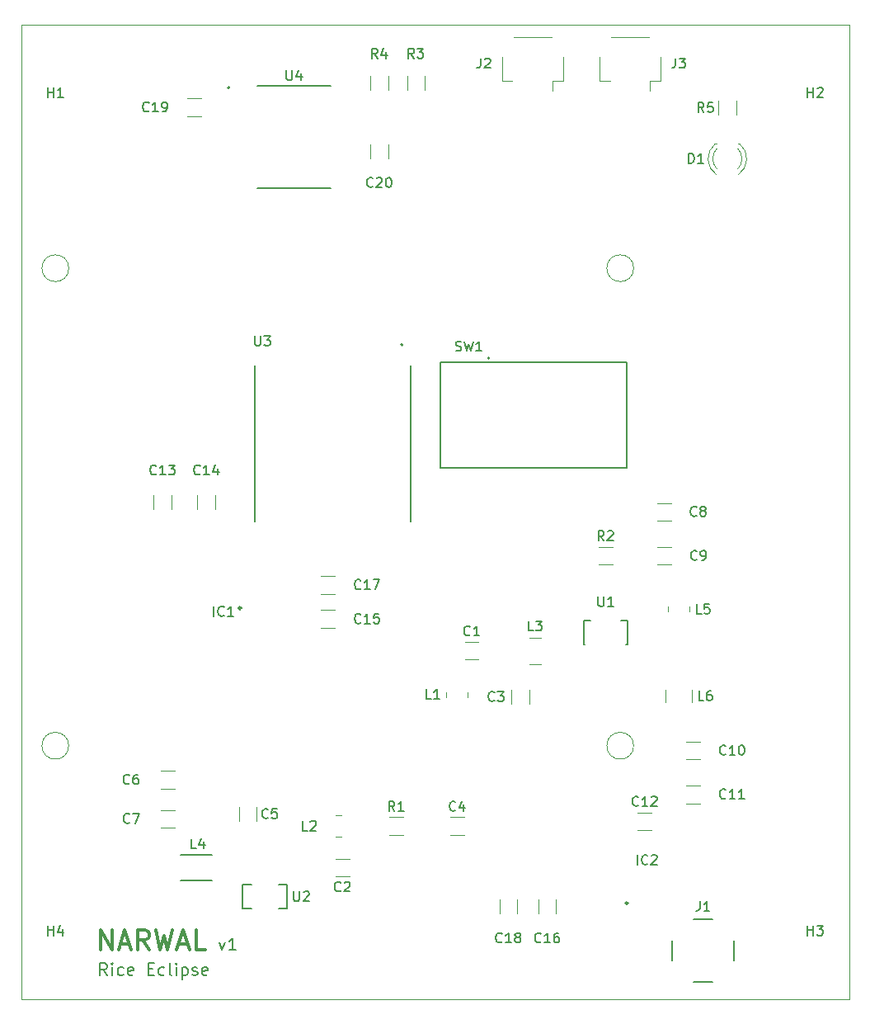
<source format=gbr>
%TF.GenerationSoftware,KiCad,Pcbnew,(6.0.7)*%
%TF.CreationDate,2022-12-06T03:31:19-06:00*%
%TF.ProjectId,Narwal_v1,4e617277-616c-45f7-9631-2e6b69636164,1*%
%TF.SameCoordinates,Original*%
%TF.FileFunction,Legend,Top*%
%TF.FilePolarity,Positive*%
%FSLAX46Y46*%
G04 Gerber Fmt 4.6, Leading zero omitted, Abs format (unit mm)*
G04 Created by KiCad (PCBNEW (6.0.7)) date 2022-12-06 03:31:19*
%MOMM*%
%LPD*%
G01*
G04 APERTURE LIST*
%TA.AperFunction,Profile*%
%ADD10C,0.100000*%
%TD*%
%ADD11C,0.200000*%
%ADD12C,0.300000*%
%ADD13C,0.150000*%
%ADD14C,0.127000*%
%ADD15C,0.120000*%
%ADD16C,0.250000*%
%TA.AperFunction,Profile*%
%ADD17C,0.120000*%
%TD*%
%ADD18C,0.203200*%
G04 APERTURE END LIST*
D10*
X100000000Y-50000000D02*
X185000000Y-50000000D01*
X185000000Y-50000000D02*
X185000000Y-150000000D01*
X185000000Y-150000000D02*
X100000000Y-150000000D01*
X100000000Y-150000000D02*
X100000000Y-50000000D01*
D11*
X120308571Y-144132142D02*
X120606190Y-144965476D01*
X120903809Y-144132142D01*
X122034761Y-144965476D02*
X121320476Y-144965476D01*
X121677619Y-144965476D02*
X121677619Y-143715476D01*
X121558571Y-143894047D01*
X121439523Y-144013095D01*
X121320476Y-144072619D01*
D12*
X108171190Y-144904761D02*
X108171190Y-142904761D01*
X109314047Y-144904761D01*
X109314047Y-142904761D01*
X110171190Y-144333333D02*
X111123571Y-144333333D01*
X109980714Y-144904761D02*
X110647380Y-142904761D01*
X111314047Y-144904761D01*
X113123571Y-144904761D02*
X112456904Y-143952380D01*
X111980714Y-144904761D02*
X111980714Y-142904761D01*
X112742619Y-142904761D01*
X112933095Y-143000000D01*
X113028333Y-143095238D01*
X113123571Y-143285714D01*
X113123571Y-143571428D01*
X113028333Y-143761904D01*
X112933095Y-143857142D01*
X112742619Y-143952380D01*
X111980714Y-143952380D01*
X113790238Y-142904761D02*
X114266428Y-144904761D01*
X114647380Y-143476190D01*
X115028333Y-144904761D01*
X115504523Y-142904761D01*
X116171190Y-144333333D02*
X117123571Y-144333333D01*
X115980714Y-144904761D02*
X116647380Y-142904761D01*
X117314047Y-144904761D01*
X118933095Y-144904761D02*
X117980714Y-144904761D01*
X117980714Y-142904761D01*
D11*
X108816904Y-147565476D02*
X108400238Y-146970238D01*
X108102619Y-147565476D02*
X108102619Y-146315476D01*
X108578809Y-146315476D01*
X108697857Y-146375000D01*
X108757380Y-146434523D01*
X108816904Y-146553571D01*
X108816904Y-146732142D01*
X108757380Y-146851190D01*
X108697857Y-146910714D01*
X108578809Y-146970238D01*
X108102619Y-146970238D01*
X109352619Y-147565476D02*
X109352619Y-146732142D01*
X109352619Y-146315476D02*
X109293095Y-146375000D01*
X109352619Y-146434523D01*
X109412142Y-146375000D01*
X109352619Y-146315476D01*
X109352619Y-146434523D01*
X110483571Y-147505952D02*
X110364523Y-147565476D01*
X110126428Y-147565476D01*
X110007380Y-147505952D01*
X109947857Y-147446428D01*
X109888333Y-147327380D01*
X109888333Y-146970238D01*
X109947857Y-146851190D01*
X110007380Y-146791666D01*
X110126428Y-146732142D01*
X110364523Y-146732142D01*
X110483571Y-146791666D01*
X111495476Y-147505952D02*
X111376428Y-147565476D01*
X111138333Y-147565476D01*
X111019285Y-147505952D01*
X110959761Y-147386904D01*
X110959761Y-146910714D01*
X111019285Y-146791666D01*
X111138333Y-146732142D01*
X111376428Y-146732142D01*
X111495476Y-146791666D01*
X111555000Y-146910714D01*
X111555000Y-147029761D01*
X110959761Y-147148809D01*
X113043095Y-146910714D02*
X113459761Y-146910714D01*
X113638333Y-147565476D02*
X113043095Y-147565476D01*
X113043095Y-146315476D01*
X113638333Y-146315476D01*
X114709761Y-147505952D02*
X114590714Y-147565476D01*
X114352619Y-147565476D01*
X114233571Y-147505952D01*
X114174047Y-147446428D01*
X114114523Y-147327380D01*
X114114523Y-146970238D01*
X114174047Y-146851190D01*
X114233571Y-146791666D01*
X114352619Y-146732142D01*
X114590714Y-146732142D01*
X114709761Y-146791666D01*
X115424047Y-147565476D02*
X115305000Y-147505952D01*
X115245476Y-147386904D01*
X115245476Y-146315476D01*
X115900238Y-147565476D02*
X115900238Y-146732142D01*
X115900238Y-146315476D02*
X115840714Y-146375000D01*
X115900238Y-146434523D01*
X115959761Y-146375000D01*
X115900238Y-146315476D01*
X115900238Y-146434523D01*
X116495476Y-146732142D02*
X116495476Y-147982142D01*
X116495476Y-146791666D02*
X116614523Y-146732142D01*
X116852619Y-146732142D01*
X116971666Y-146791666D01*
X117031190Y-146851190D01*
X117090714Y-146970238D01*
X117090714Y-147327380D01*
X117031190Y-147446428D01*
X116971666Y-147505952D01*
X116852619Y-147565476D01*
X116614523Y-147565476D01*
X116495476Y-147505952D01*
X117566904Y-147505952D02*
X117685952Y-147565476D01*
X117924047Y-147565476D01*
X118043095Y-147505952D01*
X118102619Y-147386904D01*
X118102619Y-147327380D01*
X118043095Y-147208333D01*
X117924047Y-147148809D01*
X117745476Y-147148809D01*
X117626428Y-147089285D01*
X117566904Y-146970238D01*
X117566904Y-146910714D01*
X117626428Y-146791666D01*
X117745476Y-146732142D01*
X117924047Y-146732142D01*
X118043095Y-146791666D01*
X119114523Y-147505952D02*
X118995476Y-147565476D01*
X118757380Y-147565476D01*
X118638333Y-147505952D01*
X118578809Y-147386904D01*
X118578809Y-146910714D01*
X118638333Y-146791666D01*
X118757380Y-146732142D01*
X118995476Y-146732142D01*
X119114523Y-146791666D01*
X119174047Y-146910714D01*
X119174047Y-147029761D01*
X118578809Y-147148809D01*
D13*
%TO.C,SW1*%
X144619166Y-83447261D02*
X144762023Y-83494880D01*
X145000119Y-83494880D01*
X145095357Y-83447261D01*
X145142976Y-83399642D01*
X145190595Y-83304404D01*
X145190595Y-83209166D01*
X145142976Y-83113928D01*
X145095357Y-83066309D01*
X145000119Y-83018690D01*
X144809642Y-82971071D01*
X144714404Y-82923452D01*
X144666785Y-82875833D01*
X144619166Y-82780595D01*
X144619166Y-82685357D01*
X144666785Y-82590119D01*
X144714404Y-82542500D01*
X144809642Y-82494880D01*
X145047738Y-82494880D01*
X145190595Y-82542500D01*
X145523928Y-82494880D02*
X145762023Y-83494880D01*
X145952500Y-82780595D01*
X146142976Y-83494880D01*
X146381071Y-82494880D01*
X147285833Y-83494880D02*
X146714404Y-83494880D01*
X147000119Y-83494880D02*
X147000119Y-82494880D01*
X146904880Y-82637738D01*
X146809642Y-82732976D01*
X146714404Y-82780595D01*
%TO.C,L4*%
X117968333Y-134547380D02*
X117492142Y-134547380D01*
X117492142Y-133547380D01*
X118730238Y-133880714D02*
X118730238Y-134547380D01*
X118492142Y-133499761D02*
X118254047Y-134214047D01*
X118873095Y-134214047D01*
%TO.C,L1*%
X142083333Y-119202380D02*
X141607142Y-119202380D01*
X141607142Y-118202380D01*
X142940476Y-119202380D02*
X142369047Y-119202380D01*
X142654761Y-119202380D02*
X142654761Y-118202380D01*
X142559523Y-118345238D01*
X142464285Y-118440476D01*
X142369047Y-118488095D01*
%TO.C,H1*%
X102738095Y-57452380D02*
X102738095Y-56452380D01*
X102738095Y-56928571D02*
X103309523Y-56928571D01*
X103309523Y-57452380D02*
X103309523Y-56452380D01*
X104309523Y-57452380D02*
X103738095Y-57452380D01*
X104023809Y-57452380D02*
X104023809Y-56452380D01*
X103928571Y-56595238D01*
X103833333Y-56690476D01*
X103738095Y-56738095D01*
%TO.C,C5*%
X125333333Y-131357142D02*
X125285714Y-131404761D01*
X125142857Y-131452380D01*
X125047619Y-131452380D01*
X124904761Y-131404761D01*
X124809523Y-131309523D01*
X124761904Y-131214285D01*
X124714285Y-131023809D01*
X124714285Y-130880952D01*
X124761904Y-130690476D01*
X124809523Y-130595238D01*
X124904761Y-130500000D01*
X125047619Y-130452380D01*
X125142857Y-130452380D01*
X125285714Y-130500000D01*
X125333333Y-130547619D01*
X126238095Y-130452380D02*
X125761904Y-130452380D01*
X125714285Y-130928571D01*
X125761904Y-130880952D01*
X125857142Y-130833333D01*
X126095238Y-130833333D01*
X126190476Y-130880952D01*
X126238095Y-130928571D01*
X126285714Y-131023809D01*
X126285714Y-131261904D01*
X126238095Y-131357142D01*
X126190476Y-131404761D01*
X126095238Y-131452380D01*
X125857142Y-131452380D01*
X125761904Y-131404761D01*
X125714285Y-131357142D01*
%TO.C,H2*%
X180738095Y-57452380D02*
X180738095Y-56452380D01*
X180738095Y-56928571D02*
X181309523Y-56928571D01*
X181309523Y-57452380D02*
X181309523Y-56452380D01*
X181738095Y-56547619D02*
X181785714Y-56500000D01*
X181880952Y-56452380D01*
X182119047Y-56452380D01*
X182214285Y-56500000D01*
X182261904Y-56547619D01*
X182309523Y-56642857D01*
X182309523Y-56738095D01*
X182261904Y-56880952D01*
X181690476Y-57452380D01*
X182309523Y-57452380D01*
%TO.C,R2*%
X159833333Y-102952380D02*
X159500000Y-102476190D01*
X159261904Y-102952380D02*
X159261904Y-101952380D01*
X159642857Y-101952380D01*
X159738095Y-102000000D01*
X159785714Y-102047619D01*
X159833333Y-102142857D01*
X159833333Y-102285714D01*
X159785714Y-102380952D01*
X159738095Y-102428571D01*
X159642857Y-102476190D01*
X159261904Y-102476190D01*
X160214285Y-102047619D02*
X160261904Y-102000000D01*
X160357142Y-101952380D01*
X160595238Y-101952380D01*
X160690476Y-102000000D01*
X160738095Y-102047619D01*
X160785714Y-102142857D01*
X160785714Y-102238095D01*
X160738095Y-102380952D01*
X160166666Y-102952380D01*
X160785714Y-102952380D01*
%TO.C,L3*%
X152583333Y-112202380D02*
X152107142Y-112202380D01*
X152107142Y-111202380D01*
X152821428Y-111202380D02*
X153440476Y-111202380D01*
X153107142Y-111583333D01*
X153250000Y-111583333D01*
X153345238Y-111630952D01*
X153392857Y-111678571D01*
X153440476Y-111773809D01*
X153440476Y-112011904D01*
X153392857Y-112107142D01*
X153345238Y-112154761D01*
X153250000Y-112202380D01*
X152964285Y-112202380D01*
X152869047Y-112154761D01*
X152821428Y-112107142D01*
%TO.C,R3*%
X140333333Y-53452380D02*
X140000000Y-52976190D01*
X139761904Y-53452380D02*
X139761904Y-52452380D01*
X140142857Y-52452380D01*
X140238095Y-52500000D01*
X140285714Y-52547619D01*
X140333333Y-52642857D01*
X140333333Y-52785714D01*
X140285714Y-52880952D01*
X140238095Y-52928571D01*
X140142857Y-52976190D01*
X139761904Y-52976190D01*
X140666666Y-52452380D02*
X141285714Y-52452380D01*
X140952380Y-52833333D01*
X141095238Y-52833333D01*
X141190476Y-52880952D01*
X141238095Y-52928571D01*
X141285714Y-53023809D01*
X141285714Y-53261904D01*
X141238095Y-53357142D01*
X141190476Y-53404761D01*
X141095238Y-53452380D01*
X140809523Y-53452380D01*
X140714285Y-53404761D01*
X140666666Y-53357142D01*
%TO.C,H3*%
X180738095Y-143452380D02*
X180738095Y-142452380D01*
X180738095Y-142928571D02*
X181309523Y-142928571D01*
X181309523Y-143452380D02*
X181309523Y-142452380D01*
X181690476Y-142452380D02*
X182309523Y-142452380D01*
X181976190Y-142833333D01*
X182119047Y-142833333D01*
X182214285Y-142880952D01*
X182261904Y-142928571D01*
X182309523Y-143023809D01*
X182309523Y-143261904D01*
X182261904Y-143357142D01*
X182214285Y-143404761D01*
X182119047Y-143452380D01*
X181833333Y-143452380D01*
X181738095Y-143404761D01*
X181690476Y-143357142D01*
%TO.C,IC2*%
X163273809Y-136202380D02*
X163273809Y-135202380D01*
X164321428Y-136107142D02*
X164273809Y-136154761D01*
X164130952Y-136202380D01*
X164035714Y-136202380D01*
X163892857Y-136154761D01*
X163797619Y-136059523D01*
X163750000Y-135964285D01*
X163702380Y-135773809D01*
X163702380Y-135630952D01*
X163750000Y-135440476D01*
X163797619Y-135345238D01*
X163892857Y-135250000D01*
X164035714Y-135202380D01*
X164130952Y-135202380D01*
X164273809Y-135250000D01*
X164321428Y-135297619D01*
X164702380Y-135297619D02*
X164750000Y-135250000D01*
X164845238Y-135202380D01*
X165083333Y-135202380D01*
X165178571Y-135250000D01*
X165226190Y-135297619D01*
X165273809Y-135392857D01*
X165273809Y-135488095D01*
X165226190Y-135630952D01*
X164654761Y-136202380D01*
X165273809Y-136202380D01*
%TO.C,C10*%
X172332142Y-124857142D02*
X172284523Y-124904761D01*
X172141666Y-124952380D01*
X172046428Y-124952380D01*
X171903571Y-124904761D01*
X171808333Y-124809523D01*
X171760714Y-124714285D01*
X171713095Y-124523809D01*
X171713095Y-124380952D01*
X171760714Y-124190476D01*
X171808333Y-124095238D01*
X171903571Y-124000000D01*
X172046428Y-123952380D01*
X172141666Y-123952380D01*
X172284523Y-124000000D01*
X172332142Y-124047619D01*
X173284523Y-124952380D02*
X172713095Y-124952380D01*
X172998809Y-124952380D02*
X172998809Y-123952380D01*
X172903571Y-124095238D01*
X172808333Y-124190476D01*
X172713095Y-124238095D01*
X173903571Y-123952380D02*
X173998809Y-123952380D01*
X174094047Y-124000000D01*
X174141666Y-124047619D01*
X174189285Y-124142857D01*
X174236904Y-124333333D01*
X174236904Y-124571428D01*
X174189285Y-124761904D01*
X174141666Y-124857142D01*
X174094047Y-124904761D01*
X173998809Y-124952380D01*
X173903571Y-124952380D01*
X173808333Y-124904761D01*
X173760714Y-124857142D01*
X173713095Y-124761904D01*
X173665476Y-124571428D01*
X173665476Y-124333333D01*
X173713095Y-124142857D01*
X173760714Y-124047619D01*
X173808333Y-124000000D01*
X173903571Y-123952380D01*
%TO.C,J3*%
X167166666Y-53452380D02*
X167166666Y-54166666D01*
X167119047Y-54309523D01*
X167023809Y-54404761D01*
X166880952Y-54452380D01*
X166785714Y-54452380D01*
X167547619Y-53452380D02*
X168166666Y-53452380D01*
X167833333Y-53833333D01*
X167976190Y-53833333D01*
X168071428Y-53880952D01*
X168119047Y-53928571D01*
X168166666Y-54023809D01*
X168166666Y-54261904D01*
X168119047Y-54357142D01*
X168071428Y-54404761D01*
X167976190Y-54452380D01*
X167690476Y-54452380D01*
X167595238Y-54404761D01*
X167547619Y-54357142D01*
%TO.C,L5*%
X169833333Y-110452380D02*
X169357142Y-110452380D01*
X169357142Y-109452380D01*
X170642857Y-109452380D02*
X170166666Y-109452380D01*
X170119047Y-109928571D01*
X170166666Y-109880952D01*
X170261904Y-109833333D01*
X170500000Y-109833333D01*
X170595238Y-109880952D01*
X170642857Y-109928571D01*
X170690476Y-110023809D01*
X170690476Y-110261904D01*
X170642857Y-110357142D01*
X170595238Y-110404761D01*
X170500000Y-110452380D01*
X170261904Y-110452380D01*
X170166666Y-110404761D01*
X170119047Y-110357142D01*
%TO.C,C16*%
X153357142Y-144107142D02*
X153309523Y-144154761D01*
X153166666Y-144202380D01*
X153071428Y-144202380D01*
X152928571Y-144154761D01*
X152833333Y-144059523D01*
X152785714Y-143964285D01*
X152738095Y-143773809D01*
X152738095Y-143630952D01*
X152785714Y-143440476D01*
X152833333Y-143345238D01*
X152928571Y-143250000D01*
X153071428Y-143202380D01*
X153166666Y-143202380D01*
X153309523Y-143250000D01*
X153357142Y-143297619D01*
X154309523Y-144202380D02*
X153738095Y-144202380D01*
X154023809Y-144202380D02*
X154023809Y-143202380D01*
X153928571Y-143345238D01*
X153833333Y-143440476D01*
X153738095Y-143488095D01*
X155166666Y-143202380D02*
X154976190Y-143202380D01*
X154880952Y-143250000D01*
X154833333Y-143297619D01*
X154738095Y-143440476D01*
X154690476Y-143630952D01*
X154690476Y-144011904D01*
X154738095Y-144107142D01*
X154785714Y-144154761D01*
X154880952Y-144202380D01*
X155071428Y-144202380D01*
X155166666Y-144154761D01*
X155214285Y-144107142D01*
X155261904Y-144011904D01*
X155261904Y-143773809D01*
X155214285Y-143678571D01*
X155166666Y-143630952D01*
X155071428Y-143583333D01*
X154880952Y-143583333D01*
X154785714Y-143630952D01*
X154738095Y-143678571D01*
X154690476Y-143773809D01*
%TO.C,U1*%
X159238095Y-108702380D02*
X159238095Y-109511904D01*
X159285714Y-109607142D01*
X159333333Y-109654761D01*
X159428571Y-109702380D01*
X159619047Y-109702380D01*
X159714285Y-109654761D01*
X159761904Y-109607142D01*
X159809523Y-109511904D01*
X159809523Y-108702380D01*
X160809523Y-109702380D02*
X160238095Y-109702380D01*
X160523809Y-109702380D02*
X160523809Y-108702380D01*
X160428571Y-108845238D01*
X160333333Y-108940476D01*
X160238095Y-108988095D01*
%TO.C,C18*%
X149357142Y-144107142D02*
X149309523Y-144154761D01*
X149166666Y-144202380D01*
X149071428Y-144202380D01*
X148928571Y-144154761D01*
X148833333Y-144059523D01*
X148785714Y-143964285D01*
X148738095Y-143773809D01*
X148738095Y-143630952D01*
X148785714Y-143440476D01*
X148833333Y-143345238D01*
X148928571Y-143250000D01*
X149071428Y-143202380D01*
X149166666Y-143202380D01*
X149309523Y-143250000D01*
X149357142Y-143297619D01*
X150309523Y-144202380D02*
X149738095Y-144202380D01*
X150023809Y-144202380D02*
X150023809Y-143202380D01*
X149928571Y-143345238D01*
X149833333Y-143440476D01*
X149738095Y-143488095D01*
X150880952Y-143630952D02*
X150785714Y-143583333D01*
X150738095Y-143535714D01*
X150690476Y-143440476D01*
X150690476Y-143392857D01*
X150738095Y-143297619D01*
X150785714Y-143250000D01*
X150880952Y-143202380D01*
X151071428Y-143202380D01*
X151166666Y-143250000D01*
X151214285Y-143297619D01*
X151261904Y-143392857D01*
X151261904Y-143440476D01*
X151214285Y-143535714D01*
X151166666Y-143583333D01*
X151071428Y-143630952D01*
X150880952Y-143630952D01*
X150785714Y-143678571D01*
X150738095Y-143726190D01*
X150690476Y-143821428D01*
X150690476Y-144011904D01*
X150738095Y-144107142D01*
X150785714Y-144154761D01*
X150880952Y-144202380D01*
X151071428Y-144202380D01*
X151166666Y-144154761D01*
X151214285Y-144107142D01*
X151261904Y-144011904D01*
X151261904Y-143821428D01*
X151214285Y-143726190D01*
X151166666Y-143678571D01*
X151071428Y-143630952D01*
%TO.C,C17*%
X134857142Y-107857142D02*
X134809523Y-107904761D01*
X134666666Y-107952380D01*
X134571428Y-107952380D01*
X134428571Y-107904761D01*
X134333333Y-107809523D01*
X134285714Y-107714285D01*
X134238095Y-107523809D01*
X134238095Y-107380952D01*
X134285714Y-107190476D01*
X134333333Y-107095238D01*
X134428571Y-107000000D01*
X134571428Y-106952380D01*
X134666666Y-106952380D01*
X134809523Y-107000000D01*
X134857142Y-107047619D01*
X135809523Y-107952380D02*
X135238095Y-107952380D01*
X135523809Y-107952380D02*
X135523809Y-106952380D01*
X135428571Y-107095238D01*
X135333333Y-107190476D01*
X135238095Y-107238095D01*
X136142857Y-106952380D02*
X136809523Y-106952380D01*
X136380952Y-107952380D01*
%TO.C,C14*%
X118357142Y-96107142D02*
X118309523Y-96154761D01*
X118166666Y-96202380D01*
X118071428Y-96202380D01*
X117928571Y-96154761D01*
X117833333Y-96059523D01*
X117785714Y-95964285D01*
X117738095Y-95773809D01*
X117738095Y-95630952D01*
X117785714Y-95440476D01*
X117833333Y-95345238D01*
X117928571Y-95250000D01*
X118071428Y-95202380D01*
X118166666Y-95202380D01*
X118309523Y-95250000D01*
X118357142Y-95297619D01*
X119309523Y-96202380D02*
X118738095Y-96202380D01*
X119023809Y-96202380D02*
X119023809Y-95202380D01*
X118928571Y-95345238D01*
X118833333Y-95440476D01*
X118738095Y-95488095D01*
X120166666Y-95535714D02*
X120166666Y-96202380D01*
X119928571Y-95154761D02*
X119690476Y-95869047D01*
X120309523Y-95869047D01*
%TO.C,C15*%
X134857142Y-111357142D02*
X134809523Y-111404761D01*
X134666666Y-111452380D01*
X134571428Y-111452380D01*
X134428571Y-111404761D01*
X134333333Y-111309523D01*
X134285714Y-111214285D01*
X134238095Y-111023809D01*
X134238095Y-110880952D01*
X134285714Y-110690476D01*
X134333333Y-110595238D01*
X134428571Y-110500000D01*
X134571428Y-110452380D01*
X134666666Y-110452380D01*
X134809523Y-110500000D01*
X134857142Y-110547619D01*
X135809523Y-111452380D02*
X135238095Y-111452380D01*
X135523809Y-111452380D02*
X135523809Y-110452380D01*
X135428571Y-110595238D01*
X135333333Y-110690476D01*
X135238095Y-110738095D01*
X136714285Y-110452380D02*
X136238095Y-110452380D01*
X136190476Y-110928571D01*
X136238095Y-110880952D01*
X136333333Y-110833333D01*
X136571428Y-110833333D01*
X136666666Y-110880952D01*
X136714285Y-110928571D01*
X136761904Y-111023809D01*
X136761904Y-111261904D01*
X136714285Y-111357142D01*
X136666666Y-111404761D01*
X136571428Y-111452380D01*
X136333333Y-111452380D01*
X136238095Y-111404761D01*
X136190476Y-111357142D01*
%TO.C,C19*%
X113107142Y-58857142D02*
X113059523Y-58904761D01*
X112916666Y-58952380D01*
X112821428Y-58952380D01*
X112678571Y-58904761D01*
X112583333Y-58809523D01*
X112535714Y-58714285D01*
X112488095Y-58523809D01*
X112488095Y-58380952D01*
X112535714Y-58190476D01*
X112583333Y-58095238D01*
X112678571Y-58000000D01*
X112821428Y-57952380D01*
X112916666Y-57952380D01*
X113059523Y-58000000D01*
X113107142Y-58047619D01*
X114059523Y-58952380D02*
X113488095Y-58952380D01*
X113773809Y-58952380D02*
X113773809Y-57952380D01*
X113678571Y-58095238D01*
X113583333Y-58190476D01*
X113488095Y-58238095D01*
X114535714Y-58952380D02*
X114726190Y-58952380D01*
X114821428Y-58904761D01*
X114869047Y-58857142D01*
X114964285Y-58714285D01*
X115011904Y-58523809D01*
X115011904Y-58142857D01*
X114964285Y-58047619D01*
X114916666Y-58000000D01*
X114821428Y-57952380D01*
X114630952Y-57952380D01*
X114535714Y-58000000D01*
X114488095Y-58047619D01*
X114440476Y-58142857D01*
X114440476Y-58380952D01*
X114488095Y-58476190D01*
X114535714Y-58523809D01*
X114630952Y-58571428D01*
X114821428Y-58571428D01*
X114916666Y-58523809D01*
X114964285Y-58476190D01*
X115011904Y-58380952D01*
%TO.C,U4*%
X127238095Y-54702380D02*
X127238095Y-55511904D01*
X127285714Y-55607142D01*
X127333333Y-55654761D01*
X127428571Y-55702380D01*
X127619047Y-55702380D01*
X127714285Y-55654761D01*
X127761904Y-55607142D01*
X127809523Y-55511904D01*
X127809523Y-54702380D01*
X128714285Y-55035714D02*
X128714285Y-55702380D01*
X128476190Y-54654761D02*
X128238095Y-55369047D01*
X128857142Y-55369047D01*
%TO.C,C4*%
X144583333Y-130607142D02*
X144535714Y-130654761D01*
X144392857Y-130702380D01*
X144297619Y-130702380D01*
X144154761Y-130654761D01*
X144059523Y-130559523D01*
X144011904Y-130464285D01*
X143964285Y-130273809D01*
X143964285Y-130130952D01*
X144011904Y-129940476D01*
X144059523Y-129845238D01*
X144154761Y-129750000D01*
X144297619Y-129702380D01*
X144392857Y-129702380D01*
X144535714Y-129750000D01*
X144583333Y-129797619D01*
X145440476Y-130035714D02*
X145440476Y-130702380D01*
X145202380Y-129654761D02*
X144964285Y-130369047D01*
X145583333Y-130369047D01*
%TO.C,C1*%
X146083333Y-112607142D02*
X146035714Y-112654761D01*
X145892857Y-112702380D01*
X145797619Y-112702380D01*
X145654761Y-112654761D01*
X145559523Y-112559523D01*
X145511904Y-112464285D01*
X145464285Y-112273809D01*
X145464285Y-112130952D01*
X145511904Y-111940476D01*
X145559523Y-111845238D01*
X145654761Y-111750000D01*
X145797619Y-111702380D01*
X145892857Y-111702380D01*
X146035714Y-111750000D01*
X146083333Y-111797619D01*
X147035714Y-112702380D02*
X146464285Y-112702380D01*
X146750000Y-112702380D02*
X146750000Y-111702380D01*
X146654761Y-111845238D01*
X146559523Y-111940476D01*
X146464285Y-111988095D01*
%TO.C,C20*%
X136107142Y-66607142D02*
X136059523Y-66654761D01*
X135916666Y-66702380D01*
X135821428Y-66702380D01*
X135678571Y-66654761D01*
X135583333Y-66559523D01*
X135535714Y-66464285D01*
X135488095Y-66273809D01*
X135488095Y-66130952D01*
X135535714Y-65940476D01*
X135583333Y-65845238D01*
X135678571Y-65750000D01*
X135821428Y-65702380D01*
X135916666Y-65702380D01*
X136059523Y-65750000D01*
X136107142Y-65797619D01*
X136488095Y-65797619D02*
X136535714Y-65750000D01*
X136630952Y-65702380D01*
X136869047Y-65702380D01*
X136964285Y-65750000D01*
X137011904Y-65797619D01*
X137059523Y-65892857D01*
X137059523Y-65988095D01*
X137011904Y-66130952D01*
X136440476Y-66702380D01*
X137059523Y-66702380D01*
X137678571Y-65702380D02*
X137773809Y-65702380D01*
X137869047Y-65750000D01*
X137916666Y-65797619D01*
X137964285Y-65892857D01*
X138011904Y-66083333D01*
X138011904Y-66321428D01*
X137964285Y-66511904D01*
X137916666Y-66607142D01*
X137869047Y-66654761D01*
X137773809Y-66702380D01*
X137678571Y-66702380D01*
X137583333Y-66654761D01*
X137535714Y-66607142D01*
X137488095Y-66511904D01*
X137440476Y-66321428D01*
X137440476Y-66083333D01*
X137488095Y-65892857D01*
X137535714Y-65797619D01*
X137583333Y-65750000D01*
X137678571Y-65702380D01*
%TO.C,H4*%
X102738095Y-143452380D02*
X102738095Y-142452380D01*
X102738095Y-142928571D02*
X103309523Y-142928571D01*
X103309523Y-143452380D02*
X103309523Y-142452380D01*
X104214285Y-142785714D02*
X104214285Y-143452380D01*
X103976190Y-142404761D02*
X103738095Y-143119047D01*
X104357142Y-143119047D01*
%TO.C,C2*%
X132808333Y-138857142D02*
X132760714Y-138904761D01*
X132617857Y-138952380D01*
X132522619Y-138952380D01*
X132379761Y-138904761D01*
X132284523Y-138809523D01*
X132236904Y-138714285D01*
X132189285Y-138523809D01*
X132189285Y-138380952D01*
X132236904Y-138190476D01*
X132284523Y-138095238D01*
X132379761Y-138000000D01*
X132522619Y-137952380D01*
X132617857Y-137952380D01*
X132760714Y-138000000D01*
X132808333Y-138047619D01*
X133189285Y-138047619D02*
X133236904Y-138000000D01*
X133332142Y-137952380D01*
X133570238Y-137952380D01*
X133665476Y-138000000D01*
X133713095Y-138047619D01*
X133760714Y-138142857D01*
X133760714Y-138238095D01*
X133713095Y-138380952D01*
X133141666Y-138952380D01*
X133760714Y-138952380D01*
%TO.C,C6*%
X111108333Y-127857142D02*
X111060714Y-127904761D01*
X110917857Y-127952380D01*
X110822619Y-127952380D01*
X110679761Y-127904761D01*
X110584523Y-127809523D01*
X110536904Y-127714285D01*
X110489285Y-127523809D01*
X110489285Y-127380952D01*
X110536904Y-127190476D01*
X110584523Y-127095238D01*
X110679761Y-127000000D01*
X110822619Y-126952380D01*
X110917857Y-126952380D01*
X111060714Y-127000000D01*
X111108333Y-127047619D01*
X111965476Y-126952380D02*
X111775000Y-126952380D01*
X111679761Y-127000000D01*
X111632142Y-127047619D01*
X111536904Y-127190476D01*
X111489285Y-127380952D01*
X111489285Y-127761904D01*
X111536904Y-127857142D01*
X111584523Y-127904761D01*
X111679761Y-127952380D01*
X111870238Y-127952380D01*
X111965476Y-127904761D01*
X112013095Y-127857142D01*
X112060714Y-127761904D01*
X112060714Y-127523809D01*
X112013095Y-127428571D01*
X111965476Y-127380952D01*
X111870238Y-127333333D01*
X111679761Y-127333333D01*
X111584523Y-127380952D01*
X111536904Y-127428571D01*
X111489285Y-127523809D01*
%TO.C,C8*%
X169333333Y-100357142D02*
X169285714Y-100404761D01*
X169142857Y-100452380D01*
X169047619Y-100452380D01*
X168904761Y-100404761D01*
X168809523Y-100309523D01*
X168761904Y-100214285D01*
X168714285Y-100023809D01*
X168714285Y-99880952D01*
X168761904Y-99690476D01*
X168809523Y-99595238D01*
X168904761Y-99500000D01*
X169047619Y-99452380D01*
X169142857Y-99452380D01*
X169285714Y-99500000D01*
X169333333Y-99547619D01*
X169904761Y-99880952D02*
X169809523Y-99833333D01*
X169761904Y-99785714D01*
X169714285Y-99690476D01*
X169714285Y-99642857D01*
X169761904Y-99547619D01*
X169809523Y-99500000D01*
X169904761Y-99452380D01*
X170095238Y-99452380D01*
X170190476Y-99500000D01*
X170238095Y-99547619D01*
X170285714Y-99642857D01*
X170285714Y-99690476D01*
X170238095Y-99785714D01*
X170190476Y-99833333D01*
X170095238Y-99880952D01*
X169904761Y-99880952D01*
X169809523Y-99928571D01*
X169761904Y-99976190D01*
X169714285Y-100071428D01*
X169714285Y-100261904D01*
X169761904Y-100357142D01*
X169809523Y-100404761D01*
X169904761Y-100452380D01*
X170095238Y-100452380D01*
X170190476Y-100404761D01*
X170238095Y-100357142D01*
X170285714Y-100261904D01*
X170285714Y-100071428D01*
X170238095Y-99976190D01*
X170190476Y-99928571D01*
X170095238Y-99880952D01*
%TO.C,J1*%
X169666666Y-139952380D02*
X169666666Y-140666666D01*
X169619047Y-140809523D01*
X169523809Y-140904761D01*
X169380952Y-140952380D01*
X169285714Y-140952380D01*
X170666666Y-140952380D02*
X170095238Y-140952380D01*
X170380952Y-140952380D02*
X170380952Y-139952380D01*
X170285714Y-140095238D01*
X170190476Y-140190476D01*
X170095238Y-140238095D01*
%TO.C,R1*%
X138333333Y-130702380D02*
X138000000Y-130226190D01*
X137761904Y-130702380D02*
X137761904Y-129702380D01*
X138142857Y-129702380D01*
X138238095Y-129750000D01*
X138285714Y-129797619D01*
X138333333Y-129892857D01*
X138333333Y-130035714D01*
X138285714Y-130130952D01*
X138238095Y-130178571D01*
X138142857Y-130226190D01*
X137761904Y-130226190D01*
X139285714Y-130702380D02*
X138714285Y-130702380D01*
X139000000Y-130702380D02*
X139000000Y-129702380D01*
X138904761Y-129845238D01*
X138809523Y-129940476D01*
X138714285Y-129988095D01*
%TO.C,D1*%
X168511904Y-64222380D02*
X168511904Y-63222380D01*
X168750000Y-63222380D01*
X168892857Y-63270000D01*
X168988095Y-63365238D01*
X169035714Y-63460476D01*
X169083333Y-63650952D01*
X169083333Y-63793809D01*
X169035714Y-63984285D01*
X168988095Y-64079523D01*
X168892857Y-64174761D01*
X168750000Y-64222380D01*
X168511904Y-64222380D01*
X170035714Y-64222380D02*
X169464285Y-64222380D01*
X169750000Y-64222380D02*
X169750000Y-63222380D01*
X169654761Y-63365238D01*
X169559523Y-63460476D01*
X169464285Y-63508095D01*
%TO.C,C13*%
X113857142Y-96107142D02*
X113809523Y-96154761D01*
X113666666Y-96202380D01*
X113571428Y-96202380D01*
X113428571Y-96154761D01*
X113333333Y-96059523D01*
X113285714Y-95964285D01*
X113238095Y-95773809D01*
X113238095Y-95630952D01*
X113285714Y-95440476D01*
X113333333Y-95345238D01*
X113428571Y-95250000D01*
X113571428Y-95202380D01*
X113666666Y-95202380D01*
X113809523Y-95250000D01*
X113857142Y-95297619D01*
X114809523Y-96202380D02*
X114238095Y-96202380D01*
X114523809Y-96202380D02*
X114523809Y-95202380D01*
X114428571Y-95345238D01*
X114333333Y-95440476D01*
X114238095Y-95488095D01*
X115142857Y-95202380D02*
X115761904Y-95202380D01*
X115428571Y-95583333D01*
X115571428Y-95583333D01*
X115666666Y-95630952D01*
X115714285Y-95678571D01*
X115761904Y-95773809D01*
X115761904Y-96011904D01*
X115714285Y-96107142D01*
X115666666Y-96154761D01*
X115571428Y-96202380D01*
X115285714Y-96202380D01*
X115190476Y-96154761D01*
X115142857Y-96107142D01*
%TO.C,U3*%
X123988095Y-81952380D02*
X123988095Y-82761904D01*
X124035714Y-82857142D01*
X124083333Y-82904761D01*
X124178571Y-82952380D01*
X124369047Y-82952380D01*
X124464285Y-82904761D01*
X124511904Y-82857142D01*
X124559523Y-82761904D01*
X124559523Y-81952380D01*
X124940476Y-81952380D02*
X125559523Y-81952380D01*
X125226190Y-82333333D01*
X125369047Y-82333333D01*
X125464285Y-82380952D01*
X125511904Y-82428571D01*
X125559523Y-82523809D01*
X125559523Y-82761904D01*
X125511904Y-82857142D01*
X125464285Y-82904761D01*
X125369047Y-82952380D01*
X125083333Y-82952380D01*
X124988095Y-82904761D01*
X124940476Y-82857142D01*
%TO.C,L6*%
X170083333Y-119352380D02*
X169607142Y-119352380D01*
X169607142Y-118352380D01*
X170845238Y-118352380D02*
X170654761Y-118352380D01*
X170559523Y-118400000D01*
X170511904Y-118447619D01*
X170416666Y-118590476D01*
X170369047Y-118780952D01*
X170369047Y-119161904D01*
X170416666Y-119257142D01*
X170464285Y-119304761D01*
X170559523Y-119352380D01*
X170750000Y-119352380D01*
X170845238Y-119304761D01*
X170892857Y-119257142D01*
X170940476Y-119161904D01*
X170940476Y-118923809D01*
X170892857Y-118828571D01*
X170845238Y-118780952D01*
X170750000Y-118733333D01*
X170559523Y-118733333D01*
X170464285Y-118780952D01*
X170416666Y-118828571D01*
X170369047Y-118923809D01*
%TO.C,C12*%
X163357142Y-130107142D02*
X163309523Y-130154761D01*
X163166666Y-130202380D01*
X163071428Y-130202380D01*
X162928571Y-130154761D01*
X162833333Y-130059523D01*
X162785714Y-129964285D01*
X162738095Y-129773809D01*
X162738095Y-129630952D01*
X162785714Y-129440476D01*
X162833333Y-129345238D01*
X162928571Y-129250000D01*
X163071428Y-129202380D01*
X163166666Y-129202380D01*
X163309523Y-129250000D01*
X163357142Y-129297619D01*
X164309523Y-130202380D02*
X163738095Y-130202380D01*
X164023809Y-130202380D02*
X164023809Y-129202380D01*
X163928571Y-129345238D01*
X163833333Y-129440476D01*
X163738095Y-129488095D01*
X164690476Y-129297619D02*
X164738095Y-129250000D01*
X164833333Y-129202380D01*
X165071428Y-129202380D01*
X165166666Y-129250000D01*
X165214285Y-129297619D01*
X165261904Y-129392857D01*
X165261904Y-129488095D01*
X165214285Y-129630952D01*
X164642857Y-130202380D01*
X165261904Y-130202380D01*
%TO.C,R5*%
X170083333Y-58989880D02*
X169750000Y-58513690D01*
X169511904Y-58989880D02*
X169511904Y-57989880D01*
X169892857Y-57989880D01*
X169988095Y-58037500D01*
X170035714Y-58085119D01*
X170083333Y-58180357D01*
X170083333Y-58323214D01*
X170035714Y-58418452D01*
X169988095Y-58466071D01*
X169892857Y-58513690D01*
X169511904Y-58513690D01*
X170988095Y-57989880D02*
X170511904Y-57989880D01*
X170464285Y-58466071D01*
X170511904Y-58418452D01*
X170607142Y-58370833D01*
X170845238Y-58370833D01*
X170940476Y-58418452D01*
X170988095Y-58466071D01*
X171035714Y-58561309D01*
X171035714Y-58799404D01*
X170988095Y-58894642D01*
X170940476Y-58942261D01*
X170845238Y-58989880D01*
X170607142Y-58989880D01*
X170511904Y-58942261D01*
X170464285Y-58894642D01*
%TO.C,R4*%
X136583333Y-53452380D02*
X136250000Y-52976190D01*
X136011904Y-53452380D02*
X136011904Y-52452380D01*
X136392857Y-52452380D01*
X136488095Y-52500000D01*
X136535714Y-52547619D01*
X136583333Y-52642857D01*
X136583333Y-52785714D01*
X136535714Y-52880952D01*
X136488095Y-52928571D01*
X136392857Y-52976190D01*
X136011904Y-52976190D01*
X137440476Y-52785714D02*
X137440476Y-53452380D01*
X137202380Y-52404761D02*
X136964285Y-53119047D01*
X137583333Y-53119047D01*
%TO.C,L2*%
X129408333Y-132702380D02*
X128932142Y-132702380D01*
X128932142Y-131702380D01*
X129694047Y-131797619D02*
X129741666Y-131750000D01*
X129836904Y-131702380D01*
X130075000Y-131702380D01*
X130170238Y-131750000D01*
X130217857Y-131797619D01*
X130265476Y-131892857D01*
X130265476Y-131988095D01*
X130217857Y-132130952D01*
X129646428Y-132702380D01*
X130265476Y-132702380D01*
%TO.C,C3*%
X148583333Y-119357142D02*
X148535714Y-119404761D01*
X148392857Y-119452380D01*
X148297619Y-119452380D01*
X148154761Y-119404761D01*
X148059523Y-119309523D01*
X148011904Y-119214285D01*
X147964285Y-119023809D01*
X147964285Y-118880952D01*
X148011904Y-118690476D01*
X148059523Y-118595238D01*
X148154761Y-118500000D01*
X148297619Y-118452380D01*
X148392857Y-118452380D01*
X148535714Y-118500000D01*
X148583333Y-118547619D01*
X148916666Y-118452380D02*
X149535714Y-118452380D01*
X149202380Y-118833333D01*
X149345238Y-118833333D01*
X149440476Y-118880952D01*
X149488095Y-118928571D01*
X149535714Y-119023809D01*
X149535714Y-119261904D01*
X149488095Y-119357142D01*
X149440476Y-119404761D01*
X149345238Y-119452380D01*
X149059523Y-119452380D01*
X148964285Y-119404761D01*
X148916666Y-119357142D01*
%TO.C,C7*%
X111108333Y-131857142D02*
X111060714Y-131904761D01*
X110917857Y-131952380D01*
X110822619Y-131952380D01*
X110679761Y-131904761D01*
X110584523Y-131809523D01*
X110536904Y-131714285D01*
X110489285Y-131523809D01*
X110489285Y-131380952D01*
X110536904Y-131190476D01*
X110584523Y-131095238D01*
X110679761Y-131000000D01*
X110822619Y-130952380D01*
X110917857Y-130952380D01*
X111060714Y-131000000D01*
X111108333Y-131047619D01*
X111441666Y-130952380D02*
X112108333Y-130952380D01*
X111679761Y-131952380D01*
%TO.C,C9*%
X169358333Y-104857142D02*
X169310714Y-104904761D01*
X169167857Y-104952380D01*
X169072619Y-104952380D01*
X168929761Y-104904761D01*
X168834523Y-104809523D01*
X168786904Y-104714285D01*
X168739285Y-104523809D01*
X168739285Y-104380952D01*
X168786904Y-104190476D01*
X168834523Y-104095238D01*
X168929761Y-104000000D01*
X169072619Y-103952380D01*
X169167857Y-103952380D01*
X169310714Y-104000000D01*
X169358333Y-104047619D01*
X169834523Y-104952380D02*
X170025000Y-104952380D01*
X170120238Y-104904761D01*
X170167857Y-104857142D01*
X170263095Y-104714285D01*
X170310714Y-104523809D01*
X170310714Y-104142857D01*
X170263095Y-104047619D01*
X170215476Y-104000000D01*
X170120238Y-103952380D01*
X169929761Y-103952380D01*
X169834523Y-104000000D01*
X169786904Y-104047619D01*
X169739285Y-104142857D01*
X169739285Y-104380952D01*
X169786904Y-104476190D01*
X169834523Y-104523809D01*
X169929761Y-104571428D01*
X170120238Y-104571428D01*
X170215476Y-104523809D01*
X170263095Y-104476190D01*
X170310714Y-104380952D01*
%TO.C,IC1*%
X119773809Y-110702380D02*
X119773809Y-109702380D01*
X120821428Y-110607142D02*
X120773809Y-110654761D01*
X120630952Y-110702380D01*
X120535714Y-110702380D01*
X120392857Y-110654761D01*
X120297619Y-110559523D01*
X120250000Y-110464285D01*
X120202380Y-110273809D01*
X120202380Y-110130952D01*
X120250000Y-109940476D01*
X120297619Y-109845238D01*
X120392857Y-109750000D01*
X120535714Y-109702380D01*
X120630952Y-109702380D01*
X120773809Y-109750000D01*
X120821428Y-109797619D01*
X121773809Y-110702380D02*
X121202380Y-110702380D01*
X121488095Y-110702380D02*
X121488095Y-109702380D01*
X121392857Y-109845238D01*
X121297619Y-109940476D01*
X121202380Y-109988095D01*
%TO.C,C11*%
X172332142Y-129357142D02*
X172284523Y-129404761D01*
X172141666Y-129452380D01*
X172046428Y-129452380D01*
X171903571Y-129404761D01*
X171808333Y-129309523D01*
X171760714Y-129214285D01*
X171713095Y-129023809D01*
X171713095Y-128880952D01*
X171760714Y-128690476D01*
X171808333Y-128595238D01*
X171903571Y-128500000D01*
X172046428Y-128452380D01*
X172141666Y-128452380D01*
X172284523Y-128500000D01*
X172332142Y-128547619D01*
X173284523Y-129452380D02*
X172713095Y-129452380D01*
X172998809Y-129452380D02*
X172998809Y-128452380D01*
X172903571Y-128595238D01*
X172808333Y-128690476D01*
X172713095Y-128738095D01*
X174236904Y-129452380D02*
X173665476Y-129452380D01*
X173951190Y-129452380D02*
X173951190Y-128452380D01*
X173855952Y-128595238D01*
X173760714Y-128690476D01*
X173665476Y-128738095D01*
%TO.C,U2*%
X127988095Y-138952380D02*
X127988095Y-139761904D01*
X128035714Y-139857142D01*
X128083333Y-139904761D01*
X128178571Y-139952380D01*
X128369047Y-139952380D01*
X128464285Y-139904761D01*
X128511904Y-139857142D01*
X128559523Y-139761904D01*
X128559523Y-138952380D01*
X128988095Y-139047619D02*
X129035714Y-139000000D01*
X129130952Y-138952380D01*
X129369047Y-138952380D01*
X129464285Y-139000000D01*
X129511904Y-139047619D01*
X129559523Y-139142857D01*
X129559523Y-139238095D01*
X129511904Y-139380952D01*
X128940476Y-139952380D01*
X129559523Y-139952380D01*
%TO.C,J2*%
X147166666Y-53452380D02*
X147166666Y-54166666D01*
X147119047Y-54309523D01*
X147023809Y-54404761D01*
X146880952Y-54452380D01*
X146785714Y-54452380D01*
X147595238Y-53547619D02*
X147642857Y-53500000D01*
X147738095Y-53452380D01*
X147976190Y-53452380D01*
X148071428Y-53500000D01*
X148119047Y-53547619D01*
X148166666Y-53642857D01*
X148166666Y-53738095D01*
X148119047Y-53880952D01*
X147547619Y-54452380D01*
X148166666Y-54452380D01*
D14*
%TO.C,SW1*%
X143027500Y-84682500D02*
X162127500Y-84682500D01*
X162127500Y-84682500D02*
X162127500Y-95472500D01*
X162127500Y-95472500D02*
X143027500Y-95472500D01*
X143027500Y-95472500D02*
X143027500Y-84682500D01*
D11*
X148077500Y-84227500D02*
G75*
G03*
X148077500Y-84227500I-100000J0D01*
G01*
D14*
%TO.C,L4*%
X116400000Y-135186500D02*
X119600000Y-135186500D01*
X119600000Y-137813500D02*
X116400000Y-137813500D01*
D15*
%TO.C,L1*%
X143640000Y-118488748D02*
X143640000Y-119011252D01*
X145860000Y-118488748D02*
X145860000Y-119011252D01*
%TO.C,C5*%
X122340000Y-131711252D02*
X122340000Y-130288748D01*
X124160000Y-131711252D02*
X124160000Y-130288748D01*
%TO.C,R2*%
X160727064Y-105410000D02*
X159272936Y-105410000D01*
X160727064Y-103590000D02*
X159272936Y-103590000D01*
%TO.C,L3*%
X152147936Y-112890000D02*
X153352064Y-112890000D01*
X152147936Y-115610000D02*
X153352064Y-115610000D01*
%TO.C,R3*%
X141435000Y-55272936D02*
X141435000Y-56727064D01*
X139615000Y-55272936D02*
X139615000Y-56727064D01*
D16*
%TO.C,IC2*%
X162284000Y-140139000D02*
G75*
G03*
X162284000Y-140139000I-125000J0D01*
G01*
D15*
%TO.C,C10*%
X168263748Y-123590000D02*
X169686252Y-123590000D01*
X168263748Y-125410000D02*
X169686252Y-125410000D01*
%TO.C,J3*%
X159390000Y-53285000D02*
X159390000Y-55785000D01*
X159390000Y-55785000D02*
X160440000Y-55785000D01*
X164440000Y-51315000D02*
X160560000Y-51315000D01*
X165610000Y-53285000D02*
X165610000Y-55785000D01*
X165610000Y-55785000D02*
X164560000Y-55785000D01*
X164560000Y-55785000D02*
X164560000Y-56775000D01*
%TO.C,L5*%
X166390000Y-109738748D02*
X166390000Y-110261252D01*
X168610000Y-109738748D02*
X168610000Y-110261252D01*
D17*
%TO.C,A1*%
X162875000Y-75000000D02*
G75*
G03*
X162875000Y-75000000I-1375000J0D01*
G01*
X162875000Y-124000000D02*
G75*
G03*
X162875000Y-124000000I-1375000J0D01*
G01*
X104875000Y-124000000D02*
G75*
G03*
X104875000Y-124000000I-1375000J0D01*
G01*
X104875000Y-75000000D02*
G75*
G03*
X104875000Y-75000000I-1375000J0D01*
G01*
D15*
%TO.C,C16*%
X153090000Y-139763748D02*
X153090000Y-141186252D01*
X154910000Y-139763748D02*
X154910000Y-141186252D01*
D14*
%TO.C,U1*%
X162122500Y-113594000D02*
X162250000Y-113594000D01*
X162250000Y-111154000D02*
X161602500Y-111154000D01*
X162250000Y-113594000D02*
X162250000Y-111154000D01*
X157755000Y-113594000D02*
X157882500Y-113594000D01*
X157755000Y-111154000D02*
X158402500Y-111154000D01*
X157755000Y-111154000D02*
X157755000Y-113594000D01*
D15*
%TO.C,C18*%
X149090000Y-139763748D02*
X149090000Y-141186252D01*
X150910000Y-139763748D02*
X150910000Y-141186252D01*
%TO.C,C17*%
X130788748Y-108410000D02*
X132211252Y-108410000D01*
X130788748Y-106590000D02*
X132211252Y-106590000D01*
%TO.C,C14*%
X119910000Y-99711252D02*
X119910000Y-98288748D01*
X118090000Y-99711252D02*
X118090000Y-98288748D01*
%TO.C,C15*%
X130788748Y-110090000D02*
X132211252Y-110090000D01*
X130788748Y-111910000D02*
X132211252Y-111910000D01*
%TO.C,C19*%
X117038748Y-59410000D02*
X118461252Y-59410000D01*
X117038748Y-57590000D02*
X118461252Y-57590000D01*
D14*
%TO.C,U4*%
X124200000Y-66750000D02*
X131800000Y-66750000D01*
X124200000Y-56250000D02*
X131800000Y-56250000D01*
D11*
X121395000Y-56465000D02*
G75*
G03*
X121395000Y-56465000I-100000J0D01*
G01*
D15*
%TO.C,C4*%
X144038748Y-131340000D02*
X145461252Y-131340000D01*
X144038748Y-133160000D02*
X145461252Y-133160000D01*
%TO.C,C1*%
X145538748Y-113340000D02*
X146961252Y-113340000D01*
X145538748Y-115160000D02*
X146961252Y-115160000D01*
%TO.C,C20*%
X137685000Y-62288748D02*
X137685000Y-63711252D01*
X135865000Y-62288748D02*
X135865000Y-63711252D01*
%TO.C,C2*%
X133686252Y-137410000D02*
X132263748Y-137410000D01*
X133686252Y-135590000D02*
X132263748Y-135590000D01*
%TO.C,C6*%
X115736252Y-128410000D02*
X114313748Y-128410000D01*
X115736252Y-126590000D02*
X114313748Y-126590000D01*
%TO.C,C8*%
X166736252Y-100910000D02*
X165313748Y-100910000D01*
X166736252Y-99090000D02*
X165313748Y-99090000D01*
D14*
%TO.C,J1*%
X171000000Y-148200000D02*
X169000000Y-148200000D01*
X166800000Y-146000000D02*
X166800000Y-144000000D01*
X169000000Y-141800000D02*
X171000000Y-141800000D01*
X173200000Y-144000000D02*
X173200000Y-146000000D01*
D15*
%TO.C,R1*%
X137772936Y-131340000D02*
X139227064Y-131340000D01*
X137772936Y-133160000D02*
X139227064Y-133160000D01*
%TO.C,D1*%
X171420000Y-62210000D02*
X171264000Y-62210000D01*
X173736000Y-62210000D02*
X173580000Y-62210000D01*
X173579837Y-64811130D02*
G75*
G03*
X173580000Y-62729039I-1079837J1041130D01*
G01*
X171264484Y-62210000D02*
G75*
G03*
X171421392Y-65442335I1235516J-1560000D01*
G01*
X173578608Y-65442335D02*
G75*
G03*
X173735516Y-62210000I-1078608J1672335D01*
G01*
X171420000Y-62729039D02*
G75*
G03*
X171420163Y-64811130I1080000J-1040961D01*
G01*
%TO.C,C13*%
X115410000Y-99711252D02*
X115410000Y-98288748D01*
X113590000Y-99711252D02*
X113590000Y-98288748D01*
D14*
%TO.C,U3*%
X124000000Y-101000000D02*
X124000000Y-85000000D01*
X140000000Y-85000000D02*
X140000000Y-101000000D01*
D11*
X139165000Y-82865000D02*
G75*
G03*
X139165000Y-82865000I-100000J0D01*
G01*
D15*
%TO.C,L6*%
X168860000Y-118297936D02*
X168860000Y-119502064D01*
X166140000Y-118297936D02*
X166140000Y-119502064D01*
%TO.C,C12*%
X164711252Y-130840000D02*
X163288748Y-130840000D01*
X164711252Y-132660000D02*
X163288748Y-132660000D01*
%TO.C,R5*%
X171590000Y-59264564D02*
X171590000Y-57810436D01*
X173410000Y-59264564D02*
X173410000Y-57810436D01*
%TO.C,R4*%
X137685000Y-55272936D02*
X137685000Y-56727064D01*
X135865000Y-55272936D02*
X135865000Y-56727064D01*
%TO.C,L2*%
X132313748Y-133360000D02*
X132836252Y-133360000D01*
X132313748Y-131140000D02*
X132836252Y-131140000D01*
%TO.C,C3*%
X152160000Y-118288748D02*
X152160000Y-119711252D01*
X150340000Y-118288748D02*
X150340000Y-119711252D01*
%TO.C,C7*%
X115736252Y-132410000D02*
X114313748Y-132410000D01*
X115736252Y-130590000D02*
X114313748Y-130590000D01*
%TO.C,C9*%
X166736252Y-103590000D02*
X165313748Y-103590000D01*
X166736252Y-105410000D02*
X165313748Y-105410000D01*
D16*
%TO.C,IC1*%
X122585000Y-109865000D02*
G75*
G03*
X122585000Y-109865000I-125000J0D01*
G01*
D15*
%TO.C,C11*%
X168263748Y-129910000D02*
X169686252Y-129910000D01*
X168263748Y-128090000D02*
X169686252Y-128090000D01*
D18*
%TO.C,U2*%
X127311400Y-140684400D02*
X127311400Y-138246000D01*
X122714000Y-140659000D02*
X122714000Y-138220600D01*
X122714000Y-138220600D02*
X123628400Y-138220600D01*
X127311400Y-138246000D02*
X126397000Y-138246000D01*
X127311400Y-140684400D02*
X126397000Y-140684400D01*
X123603000Y-140659000D02*
X122714000Y-140659000D01*
D15*
%TO.C,J2*%
X149390000Y-55785000D02*
X150440000Y-55785000D01*
X154560000Y-55785000D02*
X154560000Y-56775000D01*
X149390000Y-53285000D02*
X149390000Y-55785000D01*
X155610000Y-53285000D02*
X155610000Y-55785000D01*
X154440000Y-51315000D02*
X150560000Y-51315000D01*
X155610000Y-55785000D02*
X154560000Y-55785000D01*
%TD*%
M02*

</source>
